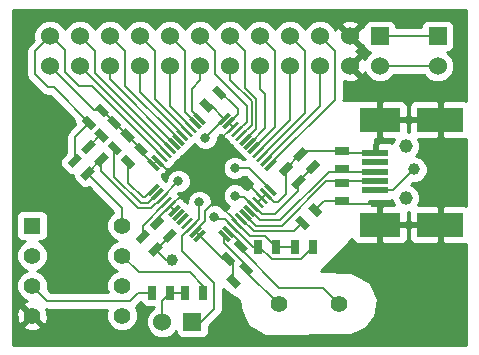
<source format=gtl>
G04 (created by PCBNEW-RS274X (2012-01-19 BZR 3256)-stable) date 25/11/2012 15:42:30*
G01*
G70*
G90*
%MOIN*%
G04 Gerber Fmt 3.4, Leading zero omitted, Abs format*
%FSLAX34Y34*%
G04 APERTURE LIST*
%ADD10C,0.006000*%
%ADD11R,0.025000X0.045000*%
%ADD12R,0.060000X0.060000*%
%ADD13C,0.060000*%
%ADD14C,0.056000*%
%ADD15R,0.045000X0.025000*%
%ADD16R,0.157500X0.078700*%
%ADD17R,0.137800X0.078700*%
%ADD18C,0.045300*%
%ADD19R,0.090600X0.019700*%
%ADD20R,0.055000X0.055000*%
%ADD21C,0.055000*%
%ADD22C,0.031500*%
%ADD23C,0.039400*%
%ADD24C,0.007900*%
%ADD25C,0.010000*%
G04 APERTURE END LIST*
G54D10*
G54D11*
X62965Y-48735D03*
X62365Y-48735D03*
X61275Y-48730D03*
X61875Y-48730D03*
G54D10*
G36*
X59819Y-44201D02*
X59501Y-44519D01*
X59325Y-44343D01*
X59643Y-44025D01*
X59819Y-44201D01*
X59819Y-44201D01*
G37*
G36*
X59395Y-43777D02*
X59077Y-44095D01*
X58901Y-43919D01*
X59219Y-43601D01*
X59395Y-43777D01*
X59395Y-43777D01*
G37*
G36*
X66349Y-46629D02*
X66031Y-46311D01*
X66207Y-46135D01*
X66525Y-46453D01*
X66349Y-46629D01*
X66349Y-46629D01*
G37*
G36*
X66773Y-46205D02*
X66455Y-45887D01*
X66631Y-45711D01*
X66949Y-46029D01*
X66773Y-46205D01*
X66773Y-46205D01*
G37*
G36*
X59359Y-44661D02*
X59041Y-44979D01*
X58865Y-44803D01*
X59183Y-44485D01*
X59359Y-44661D01*
X59359Y-44661D01*
G37*
G36*
X58935Y-44237D02*
X58617Y-44555D01*
X58441Y-44379D01*
X58759Y-44061D01*
X58935Y-44237D01*
X58935Y-44237D01*
G37*
G36*
X62104Y-46736D02*
X61786Y-47054D01*
X61610Y-46878D01*
X61928Y-46560D01*
X62104Y-46736D01*
X62104Y-46736D01*
G37*
G36*
X61680Y-46312D02*
X61362Y-46630D01*
X61186Y-46454D01*
X61504Y-46136D01*
X61680Y-46312D01*
X61680Y-46312D01*
G37*
G36*
X63139Y-42719D02*
X62821Y-42401D01*
X62997Y-42225D01*
X63315Y-42543D01*
X63139Y-42719D01*
X63139Y-42719D01*
G37*
G36*
X63563Y-42295D02*
X63245Y-41977D01*
X63421Y-41801D01*
X63739Y-42119D01*
X63563Y-42295D01*
X63563Y-42295D01*
G37*
G54D11*
X64790Y-47200D03*
X65390Y-47200D03*
G54D10*
G36*
X66389Y-44941D02*
X66071Y-45259D01*
X65895Y-45083D01*
X66213Y-44765D01*
X66389Y-44941D01*
X66389Y-44941D01*
G37*
G36*
X65965Y-44517D02*
X65647Y-44835D01*
X65471Y-44659D01*
X65789Y-44341D01*
X65965Y-44517D01*
X65965Y-44517D01*
G37*
G36*
X64141Y-46911D02*
X64459Y-47229D01*
X64283Y-47405D01*
X63965Y-47087D01*
X64141Y-46911D01*
X64141Y-46911D01*
G37*
G36*
X63717Y-47335D02*
X64035Y-47653D01*
X63859Y-47829D01*
X63541Y-47511D01*
X63717Y-47335D01*
X63717Y-47335D01*
G37*
G36*
X60079Y-44139D02*
X59761Y-43821D01*
X59937Y-43645D01*
X60255Y-43963D01*
X60079Y-44139D01*
X60079Y-44139D01*
G37*
G36*
X60503Y-43715D02*
X60185Y-43397D01*
X60361Y-43221D01*
X60679Y-43539D01*
X60503Y-43715D01*
X60503Y-43715D01*
G37*
G36*
X64331Y-47666D02*
X64649Y-47984D01*
X64473Y-48160D01*
X64155Y-47842D01*
X64331Y-47666D01*
X64331Y-47666D01*
G37*
G36*
X63907Y-48090D02*
X64225Y-48408D01*
X64049Y-48584D01*
X63731Y-48266D01*
X63907Y-48090D01*
X63907Y-48090D01*
G37*
G36*
X60539Y-44599D02*
X60221Y-44281D01*
X60397Y-44105D01*
X60715Y-44423D01*
X60539Y-44599D01*
X60539Y-44599D01*
G37*
G36*
X60963Y-44175D02*
X60645Y-43857D01*
X60821Y-43681D01*
X61139Y-43999D01*
X60963Y-44175D01*
X60963Y-44175D01*
G37*
G36*
X59239Y-43299D02*
X58921Y-42981D01*
X59097Y-42805D01*
X59415Y-43123D01*
X59239Y-43299D01*
X59239Y-43299D01*
G37*
G36*
X59663Y-42875D02*
X59345Y-42557D01*
X59521Y-42381D01*
X59839Y-42699D01*
X59663Y-42875D01*
X59663Y-42875D01*
G37*
G36*
X66879Y-44451D02*
X66561Y-44769D01*
X66385Y-44593D01*
X66703Y-44275D01*
X66879Y-44451D01*
X66879Y-44451D01*
G37*
G36*
X66455Y-44027D02*
X66137Y-44345D01*
X65961Y-44169D01*
X66279Y-43851D01*
X66455Y-44027D01*
X66455Y-44027D01*
G37*
G54D11*
X66630Y-47200D03*
X66030Y-47200D03*
G54D10*
G36*
X61624Y-47201D02*
X61306Y-47519D01*
X61130Y-47343D01*
X61448Y-47025D01*
X61624Y-47201D01*
X61624Y-47201D01*
G37*
G36*
X61200Y-46777D02*
X60882Y-47095D01*
X60706Y-46919D01*
X61024Y-46601D01*
X61200Y-46777D01*
X61200Y-46777D01*
G37*
G54D12*
X70780Y-40160D03*
G54D13*
X70780Y-41160D03*
G54D12*
X62610Y-49680D03*
G54D13*
X61610Y-49680D03*
G54D12*
X68860Y-40160D03*
G54D13*
X68860Y-41160D03*
X67860Y-40160D03*
X67860Y-41160D03*
X66860Y-40160D03*
X66860Y-41160D03*
X65860Y-40160D03*
X65860Y-41160D03*
X64860Y-40160D03*
X64860Y-41160D03*
X63860Y-40160D03*
X63860Y-41160D03*
X62860Y-40160D03*
X62860Y-41160D03*
X61860Y-40160D03*
X61860Y-41160D03*
X60860Y-40160D03*
X60860Y-41160D03*
X59860Y-40160D03*
X59860Y-41160D03*
X58860Y-40160D03*
X58860Y-41160D03*
X57860Y-40160D03*
X57860Y-41160D03*
G54D10*
G36*
X64721Y-46099D02*
X64637Y-46183D01*
X64303Y-45849D01*
X64387Y-45765D01*
X64721Y-46099D01*
X64721Y-46099D01*
G37*
G36*
X64583Y-46237D02*
X64499Y-46321D01*
X64165Y-45987D01*
X64249Y-45903D01*
X64583Y-46237D01*
X64583Y-46237D01*
G37*
G36*
X64861Y-45959D02*
X64777Y-46043D01*
X64443Y-45709D01*
X64527Y-45625D01*
X64861Y-45959D01*
X64861Y-45959D01*
G37*
G36*
X64443Y-46377D02*
X64359Y-46461D01*
X64025Y-46127D01*
X64109Y-46043D01*
X64443Y-46377D01*
X64443Y-46377D01*
G37*
G36*
X64304Y-46516D02*
X64220Y-46600D01*
X63886Y-46266D01*
X63970Y-46182D01*
X64304Y-46516D01*
X64304Y-46516D01*
G37*
G36*
X64165Y-46655D02*
X64081Y-46739D01*
X63747Y-46405D01*
X63831Y-46321D01*
X64165Y-46655D01*
X64165Y-46655D01*
G37*
G36*
X64025Y-46794D02*
X63941Y-46878D01*
X63607Y-46544D01*
X63691Y-46460D01*
X64025Y-46794D01*
X64025Y-46794D01*
G37*
G36*
X63886Y-46934D02*
X63802Y-47018D01*
X63468Y-46684D01*
X63552Y-46600D01*
X63886Y-46934D01*
X63886Y-46934D01*
G37*
G36*
X65000Y-45820D02*
X64916Y-45904D01*
X64582Y-45570D01*
X64666Y-45486D01*
X65000Y-45820D01*
X65000Y-45820D01*
G37*
G36*
X65139Y-45681D02*
X65055Y-45765D01*
X64721Y-45431D01*
X64805Y-45347D01*
X65139Y-45681D01*
X65139Y-45681D01*
G37*
G36*
X65278Y-45541D02*
X65194Y-45625D01*
X64860Y-45291D01*
X64944Y-45207D01*
X65278Y-45541D01*
X65278Y-45541D01*
G37*
G36*
X65418Y-45402D02*
X65334Y-45486D01*
X65000Y-45152D01*
X65084Y-45068D01*
X65418Y-45402D01*
X65418Y-45402D01*
G37*
G36*
X62355Y-43733D02*
X62271Y-43817D01*
X61937Y-43483D01*
X62021Y-43399D01*
X62355Y-43733D01*
X62355Y-43733D01*
G37*
G36*
X62217Y-43871D02*
X62133Y-43955D01*
X61799Y-43621D01*
X61883Y-43537D01*
X62217Y-43871D01*
X62217Y-43871D01*
G37*
G36*
X62495Y-43593D02*
X62411Y-43677D01*
X62077Y-43343D01*
X62161Y-43259D01*
X62495Y-43593D01*
X62495Y-43593D01*
G37*
G36*
X62634Y-43454D02*
X62550Y-43538D01*
X62216Y-43204D01*
X62300Y-43120D01*
X62634Y-43454D01*
X62634Y-43454D01*
G37*
G36*
X62773Y-43315D02*
X62689Y-43399D01*
X62355Y-43065D01*
X62439Y-42981D01*
X62773Y-43315D01*
X62773Y-43315D01*
G37*
G36*
X62913Y-43176D02*
X62829Y-43260D01*
X62495Y-42926D01*
X62579Y-42842D01*
X62913Y-43176D01*
X62913Y-43176D01*
G37*
G36*
X63052Y-43036D02*
X62968Y-43120D01*
X62634Y-42786D01*
X62718Y-42702D01*
X63052Y-43036D01*
X63052Y-43036D01*
G37*
G36*
X62077Y-44011D02*
X61993Y-44095D01*
X61659Y-43761D01*
X61743Y-43677D01*
X62077Y-44011D01*
X62077Y-44011D01*
G37*
G36*
X61938Y-44150D02*
X61854Y-44234D01*
X61520Y-43900D01*
X61604Y-43816D01*
X61938Y-44150D01*
X61938Y-44150D01*
G37*
G36*
X61799Y-44289D02*
X61715Y-44373D01*
X61381Y-44039D01*
X61465Y-43955D01*
X61799Y-44289D01*
X61799Y-44289D01*
G37*
G36*
X61660Y-44429D02*
X61576Y-44513D01*
X61242Y-44179D01*
X61326Y-44095D01*
X61660Y-44429D01*
X61660Y-44429D01*
G37*
G36*
X61520Y-44568D02*
X61436Y-44652D01*
X61102Y-44318D01*
X61186Y-44234D01*
X61520Y-44568D01*
X61520Y-44568D01*
G37*
G36*
X62133Y-45765D02*
X62217Y-45849D01*
X61883Y-46183D01*
X61799Y-46099D01*
X62133Y-45765D01*
X62133Y-45765D01*
G37*
G36*
X61993Y-45625D02*
X62077Y-45709D01*
X61743Y-46043D01*
X61659Y-45959D01*
X61993Y-45625D01*
X61993Y-45625D01*
G37*
G36*
X61854Y-45486D02*
X61938Y-45570D01*
X61604Y-45904D01*
X61520Y-45820D01*
X61854Y-45486D01*
X61854Y-45486D01*
G37*
G36*
X61715Y-45347D02*
X61799Y-45431D01*
X61465Y-45765D01*
X61381Y-45681D01*
X61715Y-45347D01*
X61715Y-45347D01*
G37*
G36*
X61576Y-45207D02*
X61660Y-45291D01*
X61326Y-45625D01*
X61242Y-45541D01*
X61576Y-45207D01*
X61576Y-45207D01*
G37*
G36*
X61436Y-45068D02*
X61520Y-45152D01*
X61186Y-45486D01*
X61102Y-45402D01*
X61436Y-45068D01*
X61436Y-45068D01*
G37*
G36*
X62271Y-45903D02*
X62355Y-45987D01*
X62021Y-46321D01*
X61937Y-46237D01*
X62271Y-45903D01*
X62271Y-45903D01*
G37*
G36*
X62411Y-46043D02*
X62495Y-46127D01*
X62161Y-46461D01*
X62077Y-46377D01*
X62411Y-46043D01*
X62411Y-46043D01*
G37*
G36*
X62550Y-46182D02*
X62634Y-46266D01*
X62300Y-46600D01*
X62216Y-46516D01*
X62550Y-46182D01*
X62550Y-46182D01*
G37*
G36*
X62689Y-46321D02*
X62773Y-46405D01*
X62439Y-46739D01*
X62355Y-46655D01*
X62689Y-46321D01*
X62689Y-46321D01*
G37*
G36*
X62829Y-46460D02*
X62913Y-46544D01*
X62579Y-46878D01*
X62495Y-46794D01*
X62829Y-46460D01*
X62829Y-46460D01*
G37*
G36*
X62968Y-46600D02*
X63052Y-46684D01*
X62718Y-47018D01*
X62634Y-46934D01*
X62968Y-46600D01*
X62968Y-46600D01*
G37*
G36*
X64499Y-43399D02*
X64583Y-43483D01*
X64249Y-43817D01*
X64165Y-43733D01*
X64499Y-43399D01*
X64499Y-43399D01*
G37*
G36*
X64359Y-43259D02*
X64443Y-43343D01*
X64109Y-43677D01*
X64025Y-43593D01*
X64359Y-43259D01*
X64359Y-43259D01*
G37*
G36*
X64220Y-43120D02*
X64304Y-43204D01*
X63970Y-43538D01*
X63886Y-43454D01*
X64220Y-43120D01*
X64220Y-43120D01*
G37*
G36*
X64081Y-42981D02*
X64165Y-43065D01*
X63831Y-43399D01*
X63747Y-43315D01*
X64081Y-42981D01*
X64081Y-42981D01*
G37*
G36*
X63941Y-42842D02*
X64025Y-42926D01*
X63691Y-43260D01*
X63607Y-43176D01*
X63941Y-42842D01*
X63941Y-42842D01*
G37*
G36*
X63802Y-42702D02*
X63886Y-42786D01*
X63552Y-43120D01*
X63468Y-43036D01*
X63802Y-42702D01*
X63802Y-42702D01*
G37*
G36*
X64637Y-43537D02*
X64721Y-43621D01*
X64387Y-43955D01*
X64303Y-43871D01*
X64637Y-43537D01*
X64637Y-43537D01*
G37*
G36*
X64777Y-43677D02*
X64861Y-43761D01*
X64527Y-44095D01*
X64443Y-44011D01*
X64777Y-43677D01*
X64777Y-43677D01*
G37*
G36*
X64916Y-43816D02*
X65000Y-43900D01*
X64666Y-44234D01*
X64582Y-44150D01*
X64916Y-43816D01*
X64916Y-43816D01*
G37*
G36*
X65055Y-43955D02*
X65139Y-44039D01*
X64805Y-44373D01*
X64721Y-44289D01*
X65055Y-43955D01*
X65055Y-43955D01*
G37*
G36*
X65194Y-44095D02*
X65278Y-44179D01*
X64944Y-44513D01*
X64860Y-44429D01*
X65194Y-44095D01*
X65194Y-44095D01*
G37*
G36*
X65334Y-44234D02*
X65418Y-44318D01*
X65084Y-44652D01*
X65000Y-44568D01*
X65334Y-44234D01*
X65334Y-44234D01*
G37*
G54D14*
X67480Y-49090D03*
X65480Y-49090D03*
G54D15*
X67610Y-45060D03*
X67610Y-45660D03*
X67610Y-44000D03*
X67610Y-44600D03*
G54D16*
X70870Y-46451D03*
X70870Y-42947D03*
G54D17*
X68861Y-46452D03*
X68861Y-42948D03*
G54D18*
X69728Y-45566D03*
X69728Y-43834D03*
G54D19*
X68705Y-44680D03*
X68705Y-44365D03*
X68704Y-44050D03*
X68704Y-44995D03*
X68704Y-45310D03*
G54D20*
X57260Y-46480D03*
G54D21*
X57260Y-47480D03*
X57260Y-48480D03*
X57260Y-49480D03*
X60260Y-49480D03*
X60260Y-48480D03*
X60260Y-47480D03*
X60260Y-46480D03*
G54D10*
G36*
X59654Y-43714D02*
X59336Y-43396D01*
X59512Y-43220D01*
X59830Y-43538D01*
X59654Y-43714D01*
X59654Y-43714D01*
G37*
G36*
X60078Y-43290D02*
X59760Y-42972D01*
X59936Y-42796D01*
X60254Y-43114D01*
X60078Y-43290D01*
X60078Y-43290D01*
G37*
G54D22*
X62140Y-45000D03*
X64020Y-45480D03*
X62840Y-45700D03*
X64020Y-44560D03*
X63340Y-46180D03*
X63040Y-43560D03*
G54D23*
X61915Y-47620D03*
X70000Y-44605D03*
G54D24*
X64374Y-46124D02*
X64740Y-46490D01*
X67635Y-44995D02*
X67630Y-44990D01*
X68704Y-44995D02*
X67635Y-44995D01*
X67435Y-45060D02*
X67370Y-44995D01*
X67610Y-45060D02*
X67435Y-45060D01*
X64740Y-46490D02*
X65580Y-46490D01*
X67370Y-44995D02*
X68704Y-44995D01*
X64374Y-46112D02*
X64374Y-46124D01*
X67075Y-44995D02*
X67370Y-44995D01*
X65580Y-46490D02*
X67075Y-44995D01*
X68705Y-44680D02*
X67690Y-44680D01*
X67150Y-44680D02*
X65520Y-46310D01*
X65520Y-46310D02*
X64848Y-46310D01*
X64848Y-46310D02*
X64512Y-45974D01*
X68705Y-44680D02*
X67150Y-44680D01*
X67690Y-44680D02*
X67610Y-44600D01*
X59592Y-42628D02*
X59328Y-42628D01*
X64090Y-42570D02*
X63960Y-42440D01*
X63165Y-45340D02*
X62823Y-44998D01*
X64926Y-45556D02*
X64395Y-45025D01*
X65390Y-47200D02*
X66030Y-47200D01*
X65020Y-46830D02*
X65390Y-47200D01*
X65460Y-45680D02*
X65718Y-45422D01*
X65320Y-45680D02*
X65460Y-45680D01*
X64540Y-46830D02*
X65020Y-46830D01*
X63400Y-44970D02*
X63400Y-45460D01*
X61871Y-45834D02*
X62285Y-45420D01*
X61732Y-44585D02*
X61451Y-44304D01*
X62823Y-44998D02*
X62410Y-44585D01*
X62410Y-44585D02*
X61732Y-44585D01*
X62843Y-46809D02*
X62843Y-46808D01*
X63816Y-43051D02*
X63817Y-43051D01*
X63568Y-42048D02*
X63960Y-42440D01*
X63400Y-45640D02*
X63400Y-45680D01*
X63400Y-45680D02*
X63400Y-45460D01*
X63400Y-43740D02*
X63400Y-44970D01*
X63040Y-46000D02*
X63400Y-45640D01*
X63616Y-47582D02*
X62843Y-46809D01*
X63956Y-43190D02*
X63950Y-43190D01*
X64120Y-42748D02*
X64120Y-42600D01*
X65069Y-45416D02*
X65069Y-45417D01*
X64930Y-45556D02*
X64926Y-45556D01*
X64250Y-45025D02*
X63455Y-45025D01*
X65069Y-45417D02*
X64930Y-45556D01*
X65069Y-45429D02*
X65320Y-45680D01*
X61450Y-44304D02*
X61311Y-44443D01*
X61868Y-45834D02*
X61871Y-45834D01*
X65718Y-45422D02*
X65718Y-44588D01*
X65069Y-45416D02*
X65069Y-45429D01*
X63788Y-47582D02*
X63616Y-47582D01*
X60892Y-43928D02*
X60892Y-44024D01*
X63400Y-45460D02*
X63400Y-45340D01*
X64791Y-45695D02*
X64930Y-45556D01*
X61451Y-44304D02*
X61450Y-44304D01*
X62843Y-46808D02*
X62704Y-46669D01*
X60007Y-43043D02*
X60432Y-43468D01*
X59592Y-42628D02*
X60007Y-43043D01*
X67610Y-44000D02*
X66306Y-44000D01*
X64395Y-45025D02*
X64250Y-45025D01*
X63040Y-46340D02*
X63040Y-46000D01*
X62711Y-46669D02*
X63040Y-46340D01*
X65718Y-44588D02*
X66208Y-44098D01*
X64120Y-42600D02*
X64090Y-42570D01*
X64095Y-46391D02*
X64095Y-46375D01*
X60892Y-44024D02*
X61311Y-44443D01*
X62285Y-45420D02*
X62401Y-45420D01*
X62401Y-45420D02*
X62823Y-44998D01*
X66306Y-44000D02*
X66208Y-44098D01*
X63492Y-42048D02*
X63568Y-42048D01*
X67000Y-45660D02*
X66702Y-45958D01*
X67610Y-45660D02*
X67000Y-45660D01*
X68861Y-45751D02*
X68855Y-45745D01*
X68855Y-45745D02*
X67695Y-45745D01*
X67695Y-45745D02*
X67610Y-45660D01*
X68861Y-46452D02*
X68861Y-45751D01*
X68704Y-43736D02*
X68861Y-43579D01*
X68861Y-43579D02*
X68861Y-42948D01*
X68704Y-44050D02*
X68704Y-43736D01*
X64101Y-46391D02*
X64540Y-46830D01*
X63400Y-45340D02*
X63165Y-45340D01*
X63455Y-45025D02*
X63400Y-44970D01*
X61433Y-46383D02*
X61433Y-46269D01*
X64791Y-45694D02*
X65069Y-45416D01*
X64095Y-46375D02*
X63400Y-45680D01*
X63817Y-43051D02*
X64120Y-42748D01*
X61433Y-46269D02*
X61868Y-45834D01*
X64791Y-45695D02*
X64791Y-45694D01*
X63817Y-43051D02*
X63956Y-43190D01*
X68704Y-44050D02*
X67660Y-44050D01*
X59328Y-42628D02*
X57860Y-41160D01*
X67660Y-44050D02*
X67610Y-44000D01*
X62704Y-46669D02*
X62711Y-46669D01*
X64095Y-46391D02*
X64101Y-46391D01*
X60892Y-43928D02*
X60432Y-43468D01*
X63978Y-48337D02*
X63978Y-47772D01*
X62008Y-45974D02*
X61868Y-45834D01*
X63978Y-47772D02*
X63788Y-47582D01*
X63950Y-43190D02*
X63400Y-43740D01*
X64360Y-41892D02*
X64360Y-40660D01*
X64740Y-42272D02*
X64360Y-41892D01*
X64374Y-43608D02*
X64392Y-43608D01*
X64360Y-40660D02*
X63860Y-40160D01*
X64392Y-43608D02*
X64740Y-43260D01*
X64740Y-43260D02*
X64740Y-42272D01*
X62008Y-43746D02*
X62006Y-43746D01*
X59860Y-41600D02*
X59860Y-41160D01*
X62006Y-43746D02*
X59860Y-41600D01*
X61866Y-43886D02*
X59360Y-41380D01*
X61868Y-43886D02*
X61866Y-43886D01*
X59360Y-41380D02*
X59360Y-40660D01*
X59360Y-40660D02*
X58860Y-40160D01*
X61725Y-44025D02*
X58860Y-41160D01*
X61729Y-44025D02*
X61725Y-44025D01*
X63860Y-41620D02*
X63860Y-41160D01*
X64580Y-43120D02*
X64580Y-42340D01*
X64234Y-43466D02*
X64580Y-43120D01*
X64234Y-43468D02*
X64234Y-43466D01*
X64580Y-42340D02*
X63860Y-41620D01*
X64420Y-43020D02*
X64420Y-42500D01*
X64111Y-43329D02*
X64420Y-43020D01*
X64420Y-42500D02*
X63360Y-41440D01*
X63360Y-40660D02*
X62860Y-40160D01*
X63360Y-41440D02*
X63360Y-40660D01*
X64095Y-43329D02*
X64111Y-43329D01*
X62580Y-41920D02*
X62580Y-42648D01*
X62860Y-41640D02*
X62580Y-41920D01*
X62580Y-42648D02*
X62843Y-42911D01*
X62860Y-41160D02*
X62860Y-41640D01*
X62360Y-42680D02*
X62360Y-40660D01*
X62704Y-43051D02*
X62704Y-43024D01*
X62360Y-40660D02*
X61860Y-40160D01*
X62704Y-43024D02*
X62360Y-42680D01*
X62564Y-43184D02*
X61860Y-42480D01*
X62564Y-43190D02*
X62564Y-43184D01*
X61860Y-42480D02*
X61860Y-41160D01*
X61360Y-42260D02*
X61360Y-40660D01*
X62425Y-43325D02*
X61360Y-42260D01*
X61360Y-40660D02*
X60860Y-40160D01*
X62425Y-43329D02*
X62425Y-43325D01*
X62286Y-43466D02*
X60860Y-42040D01*
X60860Y-42040D02*
X60860Y-41160D01*
X62286Y-43468D02*
X62286Y-43466D01*
X60360Y-41820D02*
X60360Y-40660D01*
X60360Y-40660D02*
X59860Y-40160D01*
X62146Y-43608D02*
X62146Y-43606D01*
X62146Y-43606D02*
X60360Y-41820D01*
X59583Y-43467D02*
X59529Y-43467D01*
X59529Y-43467D02*
X59148Y-43848D01*
X64212Y-47065D02*
X63816Y-46669D01*
X65500Y-48565D02*
X66955Y-48565D01*
X64212Y-47277D02*
X65500Y-48565D01*
X66955Y-48565D02*
X67480Y-49090D01*
X64212Y-47158D02*
X64212Y-47065D01*
X64212Y-47158D02*
X64212Y-47277D01*
X64402Y-47782D02*
X64402Y-47913D01*
X64402Y-47913D02*
X64402Y-48012D01*
X64402Y-48012D02*
X65480Y-49090D01*
X63677Y-47057D02*
X64402Y-47782D01*
X63677Y-46809D02*
X63677Y-47057D01*
X64650Y-46660D02*
X66000Y-46660D01*
X64242Y-46252D02*
X64650Y-46660D01*
X64234Y-46252D02*
X64242Y-46252D01*
X66000Y-46660D02*
X66278Y-46382D01*
X60880Y-45720D02*
X60008Y-44848D01*
X60008Y-44848D02*
X60008Y-43892D01*
X61140Y-45720D02*
X60880Y-45720D01*
X61444Y-45416D02*
X61140Y-45720D01*
X61451Y-45416D02*
X61444Y-45416D01*
X61040Y-45540D02*
X60960Y-45540D01*
X60468Y-45048D02*
X60468Y-44352D01*
X60960Y-45540D02*
X60468Y-45048D01*
X61303Y-45277D02*
X61040Y-45540D01*
X61311Y-45277D02*
X61303Y-45277D01*
X62360Y-48730D02*
X62365Y-48735D01*
X61875Y-48730D02*
X62360Y-48730D01*
X61610Y-49680D02*
X61610Y-48995D01*
X61610Y-48995D02*
X61875Y-48730D01*
X65350Y-46110D02*
X66142Y-45318D01*
X62610Y-49680D02*
X62910Y-49680D01*
X66220Y-47610D02*
X66630Y-47200D01*
X64500Y-44560D02*
X64020Y-44560D01*
X64790Y-47200D02*
X64840Y-47200D01*
X62275Y-47330D02*
X62275Y-46819D01*
X59112Y-44732D02*
X59112Y-44752D01*
X60800Y-45900D02*
X59572Y-44672D01*
X63068Y-42472D02*
X63238Y-42472D01*
X66142Y-45318D02*
X66142Y-45012D01*
X64020Y-45480D02*
X64060Y-45520D01*
X65250Y-47610D02*
X66220Y-47610D01*
X61240Y-45900D02*
X60800Y-45900D01*
X61590Y-45550D02*
X62140Y-45000D01*
X63960Y-46530D02*
X64630Y-47200D01*
X63686Y-46260D02*
X63956Y-46530D01*
X62564Y-46530D02*
X62570Y-46530D01*
X59572Y-44672D02*
X59572Y-44272D01*
X64652Y-45834D02*
X64652Y-45842D01*
X64840Y-47200D02*
X65250Y-47610D01*
X64630Y-47200D02*
X64790Y-47200D01*
X63340Y-46180D02*
X63420Y-46260D01*
X64920Y-46110D02*
X65350Y-46110D01*
X64652Y-45842D02*
X64920Y-46110D01*
X64060Y-45520D02*
X64338Y-45520D01*
X59112Y-44752D02*
X60260Y-45900D01*
X63956Y-46530D02*
X63960Y-46530D01*
X62275Y-46819D02*
X62564Y-46530D01*
X61590Y-45556D02*
X61590Y-45550D01*
X63677Y-42923D02*
X63040Y-43560D01*
X59112Y-44732D02*
X59572Y-44272D01*
X63677Y-42911D02*
X63677Y-42923D01*
X62570Y-46530D02*
X62840Y-46260D01*
X62910Y-49680D02*
X63325Y-49265D01*
X62840Y-46260D02*
X62840Y-45700D01*
X60260Y-45900D02*
X60260Y-46480D01*
X63420Y-46260D02*
X63686Y-46260D01*
X66142Y-45012D02*
X66632Y-44522D01*
X63238Y-42472D02*
X63677Y-42911D01*
X63325Y-49265D02*
X63325Y-48380D01*
X63325Y-48380D02*
X62275Y-47330D01*
X64338Y-45520D02*
X64652Y-45834D01*
X61590Y-45556D02*
X61584Y-45556D01*
X65209Y-45277D02*
X65209Y-45269D01*
X65209Y-45269D02*
X64500Y-44560D01*
X61584Y-45556D02*
X61240Y-45900D01*
X57780Y-41860D02*
X57360Y-41440D01*
X57360Y-41440D02*
X57360Y-40660D01*
X59266Y-41840D02*
X61590Y-44164D01*
X58840Y-41840D02*
X59266Y-41840D01*
X57860Y-40160D02*
X57880Y-40160D01*
X59168Y-43048D02*
X57980Y-41860D01*
X58360Y-40640D02*
X58360Y-41360D01*
X59168Y-43052D02*
X59168Y-43048D01*
X57880Y-40160D02*
X58360Y-40640D01*
X58688Y-44308D02*
X58688Y-43532D01*
X58360Y-41360D02*
X58840Y-41840D01*
X57980Y-41860D02*
X57780Y-41860D01*
X58688Y-43532D02*
X59168Y-43052D01*
X57360Y-40660D02*
X57860Y-40160D01*
X65860Y-42560D02*
X65860Y-41160D01*
X64791Y-44025D02*
X64795Y-44025D01*
X64795Y-44025D02*
X65860Y-42960D01*
X65860Y-42960D02*
X65860Y-42560D01*
X66360Y-40660D02*
X65860Y-40160D01*
X66360Y-42740D02*
X66360Y-40660D01*
X64930Y-44164D02*
X64936Y-44164D01*
X64936Y-44164D02*
X66360Y-42740D01*
X66860Y-42500D02*
X66860Y-41160D01*
X65069Y-44291D02*
X66860Y-42500D01*
X65069Y-44304D02*
X65069Y-44291D01*
X62965Y-48485D02*
X62520Y-48040D01*
X65040Y-42100D02*
X64860Y-41920D01*
X62965Y-48735D02*
X62965Y-48485D01*
X64514Y-43746D02*
X65040Y-43220D01*
X65040Y-43220D02*
X65040Y-42100D01*
X64512Y-43746D02*
X64514Y-43746D01*
X62520Y-48040D02*
X60820Y-48040D01*
X64860Y-41920D02*
X64860Y-41160D01*
X60820Y-48040D02*
X60260Y-47480D01*
X65209Y-44431D02*
X67360Y-42280D01*
X67360Y-42280D02*
X67360Y-40660D01*
X65209Y-44443D02*
X65209Y-44431D01*
X67360Y-40660D02*
X66860Y-40160D01*
X65360Y-40660D02*
X64860Y-40160D01*
X64674Y-43886D02*
X65360Y-43200D01*
X64652Y-43886D02*
X64674Y-43886D01*
X65360Y-43200D02*
X65360Y-40660D01*
X60790Y-48730D02*
X60530Y-48990D01*
X60530Y-48990D02*
X57770Y-48990D01*
X57770Y-48990D02*
X57260Y-48480D01*
X61275Y-48730D02*
X60790Y-48730D01*
X61377Y-47272D02*
X61392Y-47272D01*
X61392Y-47272D02*
X61617Y-47047D01*
X68860Y-41160D02*
X70780Y-41160D01*
X61617Y-47047D02*
X61857Y-46807D01*
X61915Y-47620D02*
X61725Y-47620D01*
X61725Y-47620D02*
X61377Y-47272D01*
X61729Y-45695D02*
X61729Y-45706D01*
X60953Y-46482D02*
X60953Y-46848D01*
X61729Y-45706D02*
X60953Y-46482D01*
X68860Y-40160D02*
X70780Y-40160D01*
X68704Y-45310D02*
X69295Y-45310D01*
X69295Y-45310D02*
X70000Y-44605D01*
G54D10*
G36*
X64611Y-45080D02*
X64437Y-45250D01*
X64366Y-45236D01*
X64345Y-45232D01*
X64251Y-45136D01*
X64101Y-45074D01*
X63940Y-45074D01*
X63791Y-45136D01*
X63676Y-45249D01*
X63614Y-45399D01*
X63614Y-45560D01*
X63676Y-45709D01*
X63789Y-45824D01*
X63833Y-45842D01*
X63700Y-45973D01*
X63692Y-45972D01*
X63684Y-45951D01*
X63571Y-45836D01*
X63421Y-45774D01*
X63260Y-45774D01*
X63246Y-45779D01*
X63246Y-45620D01*
X63184Y-45471D01*
X63071Y-45356D01*
X62921Y-45294D01*
X62760Y-45294D01*
X62611Y-45356D01*
X62496Y-45469D01*
X62434Y-45619D01*
X62434Y-45714D01*
X62428Y-45708D01*
X62415Y-45695D01*
X62413Y-45693D01*
X62323Y-45656D01*
X62288Y-45568D01*
X62287Y-45567D01*
X62275Y-45555D01*
X62274Y-45554D01*
X62185Y-45517D01*
X62149Y-45429D01*
X62147Y-45427D01*
X62134Y-45414D01*
X62142Y-45406D01*
X62220Y-45406D01*
X62369Y-45344D01*
X62484Y-45231D01*
X62546Y-45081D01*
X62546Y-44920D01*
X62484Y-44771D01*
X62371Y-44656D01*
X62221Y-44594D01*
X62060Y-44594D01*
X61911Y-44656D01*
X61796Y-44769D01*
X61734Y-44919D01*
X61734Y-44997D01*
X61726Y-45005D01*
X61718Y-44997D01*
X61716Y-44996D01*
X61661Y-44941D01*
X61580Y-44860D01*
X61590Y-44850D01*
X61590Y-44763D01*
X61588Y-44761D01*
X61626Y-44761D01*
X61715Y-44724D01*
X61716Y-44724D01*
X61717Y-44724D01*
X61718Y-44722D01*
X61719Y-44722D01*
X61730Y-44711D01*
X61730Y-44710D01*
X61731Y-44709D01*
X61767Y-44620D01*
X61856Y-44584D01*
X61857Y-44583D01*
X61858Y-44583D01*
X61871Y-44570D01*
X61871Y-44568D01*
X61926Y-44514D01*
X61995Y-44445D01*
X62009Y-44431D01*
X62065Y-44375D01*
X62134Y-44306D01*
X62148Y-44292D01*
X62204Y-44236D01*
X62274Y-44166D01*
X62287Y-44153D01*
X62344Y-44096D01*
X62412Y-44028D01*
X62427Y-44013D01*
X62482Y-43958D01*
X62552Y-43888D01*
X62565Y-43875D01*
X62622Y-43818D01*
X62682Y-43757D01*
X62696Y-43789D01*
X62809Y-43904D01*
X62959Y-43966D01*
X63120Y-43966D01*
X63269Y-43904D01*
X63384Y-43791D01*
X63446Y-43641D01*
X63446Y-43562D01*
X63542Y-43464D01*
X63543Y-43465D01*
X63543Y-43464D01*
X63548Y-43469D01*
X63550Y-43471D01*
X63549Y-43469D01*
X63551Y-43471D01*
X63639Y-43507D01*
X63675Y-43595D01*
X63677Y-43597D01*
X63690Y-43610D01*
X63745Y-43665D01*
X63814Y-43734D01*
X63828Y-43748D01*
X63884Y-43804D01*
X63954Y-43874D01*
X63967Y-43887D01*
X64024Y-43944D01*
X64092Y-44012D01*
X64107Y-44027D01*
X64162Y-44082D01*
X64232Y-44152D01*
X64245Y-44165D01*
X64302Y-44222D01*
X64351Y-44271D01*
X64305Y-44271D01*
X64251Y-44216D01*
X64101Y-44154D01*
X63940Y-44154D01*
X63791Y-44216D01*
X63676Y-44329D01*
X63614Y-44479D01*
X63614Y-44640D01*
X63676Y-44789D01*
X63789Y-44904D01*
X63939Y-44966D01*
X64100Y-44966D01*
X64249Y-44904D01*
X64304Y-44849D01*
X64366Y-44849D01*
X64380Y-44849D01*
X64611Y-45080D01*
X64611Y-45080D01*
G37*
G54D25*
X64611Y-45080D02*
X64437Y-45250D01*
X64366Y-45236D01*
X64345Y-45232D01*
X64251Y-45136D01*
X64101Y-45074D01*
X63940Y-45074D01*
X63791Y-45136D01*
X63676Y-45249D01*
X63614Y-45399D01*
X63614Y-45560D01*
X63676Y-45709D01*
X63789Y-45824D01*
X63833Y-45842D01*
X63700Y-45973D01*
X63692Y-45972D01*
X63684Y-45951D01*
X63571Y-45836D01*
X63421Y-45774D01*
X63260Y-45774D01*
X63246Y-45779D01*
X63246Y-45620D01*
X63184Y-45471D01*
X63071Y-45356D01*
X62921Y-45294D01*
X62760Y-45294D01*
X62611Y-45356D01*
X62496Y-45469D01*
X62434Y-45619D01*
X62434Y-45714D01*
X62428Y-45708D01*
X62415Y-45695D01*
X62413Y-45693D01*
X62323Y-45656D01*
X62288Y-45568D01*
X62287Y-45567D01*
X62275Y-45555D01*
X62274Y-45554D01*
X62185Y-45517D01*
X62149Y-45429D01*
X62147Y-45427D01*
X62134Y-45414D01*
X62142Y-45406D01*
X62220Y-45406D01*
X62369Y-45344D01*
X62484Y-45231D01*
X62546Y-45081D01*
X62546Y-44920D01*
X62484Y-44771D01*
X62371Y-44656D01*
X62221Y-44594D01*
X62060Y-44594D01*
X61911Y-44656D01*
X61796Y-44769D01*
X61734Y-44919D01*
X61734Y-44997D01*
X61726Y-45005D01*
X61718Y-44997D01*
X61716Y-44996D01*
X61661Y-44941D01*
X61580Y-44860D01*
X61590Y-44850D01*
X61590Y-44763D01*
X61588Y-44761D01*
X61626Y-44761D01*
X61715Y-44724D01*
X61716Y-44724D01*
X61717Y-44724D01*
X61718Y-44722D01*
X61719Y-44722D01*
X61730Y-44711D01*
X61730Y-44710D01*
X61731Y-44709D01*
X61767Y-44620D01*
X61856Y-44584D01*
X61857Y-44583D01*
X61858Y-44583D01*
X61871Y-44570D01*
X61871Y-44568D01*
X61926Y-44514D01*
X61995Y-44445D01*
X62009Y-44431D01*
X62065Y-44375D01*
X62134Y-44306D01*
X62148Y-44292D01*
X62204Y-44236D01*
X62274Y-44166D01*
X62287Y-44153D01*
X62344Y-44096D01*
X62412Y-44028D01*
X62427Y-44013D01*
X62482Y-43958D01*
X62552Y-43888D01*
X62565Y-43875D01*
X62622Y-43818D01*
X62682Y-43757D01*
X62696Y-43789D01*
X62809Y-43904D01*
X62959Y-43966D01*
X63120Y-43966D01*
X63269Y-43904D01*
X63384Y-43791D01*
X63446Y-43641D01*
X63446Y-43562D01*
X63542Y-43464D01*
X63543Y-43465D01*
X63543Y-43464D01*
X63548Y-43469D01*
X63550Y-43471D01*
X63549Y-43469D01*
X63551Y-43471D01*
X63639Y-43507D01*
X63675Y-43595D01*
X63677Y-43597D01*
X63690Y-43610D01*
X63745Y-43665D01*
X63814Y-43734D01*
X63828Y-43748D01*
X63884Y-43804D01*
X63954Y-43874D01*
X63967Y-43887D01*
X64024Y-43944D01*
X64092Y-44012D01*
X64107Y-44027D01*
X64162Y-44082D01*
X64232Y-44152D01*
X64245Y-44165D01*
X64302Y-44222D01*
X64351Y-44271D01*
X64305Y-44271D01*
X64251Y-44216D01*
X64101Y-44154D01*
X63940Y-44154D01*
X63791Y-44216D01*
X63676Y-44329D01*
X63614Y-44479D01*
X63614Y-44640D01*
X63676Y-44789D01*
X63789Y-44904D01*
X63939Y-44966D01*
X64100Y-44966D01*
X64249Y-44904D01*
X64304Y-44849D01*
X64366Y-44849D01*
X64380Y-44849D01*
X64611Y-45080D01*
G54D10*
G36*
X67660Y-44050D02*
X67560Y-44050D01*
X67560Y-43977D01*
X67660Y-43971D01*
X67660Y-44050D01*
X67660Y-44050D01*
G37*
G54D25*
X67660Y-44050D02*
X67560Y-44050D01*
X67560Y-43977D01*
X67660Y-43971D01*
X67660Y-44050D01*
G54D10*
G36*
X71722Y-50462D02*
X70820Y-50462D01*
X70820Y-47032D01*
X70820Y-46501D01*
X70820Y-46401D01*
X70820Y-45870D01*
X70758Y-45808D01*
X70142Y-45808D01*
X70204Y-45661D01*
X70204Y-45472D01*
X70132Y-45297D01*
X69998Y-45163D01*
X69893Y-45119D01*
X69962Y-45051D01*
X70088Y-45051D01*
X70252Y-44983D01*
X70378Y-44858D01*
X70446Y-44694D01*
X70446Y-44517D01*
X70378Y-44353D01*
X70253Y-44227D01*
X70089Y-44159D01*
X70076Y-44159D01*
X70131Y-44104D01*
X70204Y-43929D01*
X70204Y-43740D01*
X70141Y-43589D01*
X70758Y-43590D01*
X70820Y-43528D01*
X70820Y-42997D01*
X70820Y-42897D01*
X70820Y-42366D01*
X70758Y-42304D01*
X70034Y-42305D01*
X69942Y-42343D01*
X69872Y-42413D01*
X69834Y-42504D01*
X69834Y-42603D01*
X69833Y-42835D01*
X69895Y-42897D01*
X70820Y-42897D01*
X70820Y-42997D01*
X69895Y-42997D01*
X69833Y-43059D01*
X69834Y-43291D01*
X69834Y-43362D01*
X69823Y-43358D01*
X69799Y-43358D01*
X69799Y-43292D01*
X69800Y-43060D01*
X69800Y-42836D01*
X69799Y-42604D01*
X69799Y-42505D01*
X69761Y-42414D01*
X69691Y-42344D01*
X69599Y-42306D01*
X68973Y-42305D01*
X68911Y-42367D01*
X68911Y-42898D01*
X69738Y-42898D01*
X69800Y-42836D01*
X69800Y-43060D01*
X69738Y-42998D01*
X68911Y-42998D01*
X68911Y-43529D01*
X68973Y-43591D01*
X69313Y-43590D01*
X69258Y-43724D01*
X69206Y-43703D01*
X68816Y-43702D01*
X68796Y-43722D01*
X68754Y-43764D01*
X68754Y-43950D01*
X68754Y-44001D01*
X68754Y-44018D01*
X68654Y-44018D01*
X68654Y-44001D01*
X68654Y-43950D01*
X68654Y-43908D01*
X68678Y-43907D01*
X68690Y-43590D01*
X68749Y-43591D01*
X68796Y-43544D01*
X68811Y-43529D01*
X68811Y-43048D01*
X68811Y-42998D01*
X68811Y-42898D01*
X68811Y-42848D01*
X68811Y-42367D01*
X68796Y-42352D01*
X68790Y-42346D01*
X68796Y-42305D01*
X67644Y-42300D01*
X67648Y-42281D01*
X67649Y-42280D01*
X67649Y-41656D01*
X67781Y-41703D01*
X67994Y-41692D01*
X68141Y-41632D01*
X68168Y-41538D01*
X67895Y-41266D01*
X67860Y-41231D01*
X67789Y-41160D01*
X67860Y-41089D01*
X67895Y-41054D01*
X68168Y-40782D01*
X68141Y-40688D01*
X68067Y-40662D01*
X68141Y-40632D01*
X68168Y-40538D01*
X67895Y-40266D01*
X67860Y-40231D01*
X67789Y-40160D01*
X67754Y-40125D01*
X67482Y-39852D01*
X67388Y-39879D01*
X67364Y-39944D01*
X67325Y-39849D01*
X67171Y-39695D01*
X66969Y-39611D01*
X66751Y-39611D01*
X66549Y-39695D01*
X66395Y-39849D01*
X66360Y-39933D01*
X66325Y-39849D01*
X66171Y-39695D01*
X65969Y-39611D01*
X65751Y-39611D01*
X65549Y-39695D01*
X65395Y-39849D01*
X65360Y-39933D01*
X65325Y-39849D01*
X65171Y-39695D01*
X64969Y-39611D01*
X64751Y-39611D01*
X64549Y-39695D01*
X64395Y-39849D01*
X64360Y-39933D01*
X64325Y-39849D01*
X64171Y-39695D01*
X63969Y-39611D01*
X63751Y-39611D01*
X63549Y-39695D01*
X63395Y-39849D01*
X63360Y-39933D01*
X63325Y-39849D01*
X63171Y-39695D01*
X62969Y-39611D01*
X62751Y-39611D01*
X62549Y-39695D01*
X62395Y-39849D01*
X62360Y-39933D01*
X62325Y-39849D01*
X62171Y-39695D01*
X61969Y-39611D01*
X61751Y-39611D01*
X61549Y-39695D01*
X61395Y-39849D01*
X61360Y-39933D01*
X61325Y-39849D01*
X61171Y-39695D01*
X60969Y-39611D01*
X60751Y-39611D01*
X60549Y-39695D01*
X60395Y-39849D01*
X60360Y-39933D01*
X60325Y-39849D01*
X60171Y-39695D01*
X59969Y-39611D01*
X59751Y-39611D01*
X59549Y-39695D01*
X59395Y-39849D01*
X59360Y-39933D01*
X59325Y-39849D01*
X59171Y-39695D01*
X58969Y-39611D01*
X58751Y-39611D01*
X58549Y-39695D01*
X58395Y-39849D01*
X58360Y-39933D01*
X58325Y-39849D01*
X58171Y-39695D01*
X57969Y-39611D01*
X57751Y-39611D01*
X57549Y-39695D01*
X57395Y-39849D01*
X57311Y-40051D01*
X57311Y-40269D01*
X57320Y-40291D01*
X57156Y-40456D01*
X57093Y-40549D01*
X57071Y-40660D01*
X57071Y-41440D01*
X57093Y-41551D01*
X57156Y-41644D01*
X57575Y-42064D01*
X57576Y-42064D01*
X57669Y-42127D01*
X57779Y-42148D01*
X57780Y-42149D01*
X57861Y-42149D01*
X58672Y-42960D01*
X58672Y-43031D01*
X58703Y-43108D01*
X58484Y-43328D01*
X58421Y-43421D01*
X58399Y-43532D01*
X58399Y-44068D01*
X58230Y-44237D01*
X58192Y-44329D01*
X58192Y-44428D01*
X58229Y-44519D01*
X58299Y-44589D01*
X58476Y-44766D01*
X58568Y-44804D01*
X58616Y-44804D01*
X58616Y-44852D01*
X58653Y-44943D01*
X58723Y-45013D01*
X58900Y-45190D01*
X58992Y-45228D01*
X59091Y-45228D01*
X59154Y-45202D01*
X59971Y-46019D01*
X59971Y-46031D01*
X59963Y-46035D01*
X59815Y-46182D01*
X59735Y-46375D01*
X59735Y-46584D01*
X59815Y-46777D01*
X59962Y-46925D01*
X60095Y-46980D01*
X59963Y-47035D01*
X59815Y-47182D01*
X59735Y-47375D01*
X59735Y-47584D01*
X59815Y-47777D01*
X59962Y-47925D01*
X60095Y-47980D01*
X59963Y-48035D01*
X59815Y-48182D01*
X59735Y-48375D01*
X59735Y-48584D01*
X59783Y-48701D01*
X57889Y-48701D01*
X57781Y-48593D01*
X57785Y-48585D01*
X57785Y-48376D01*
X57705Y-48183D01*
X57558Y-48035D01*
X57424Y-47979D01*
X57557Y-47925D01*
X57705Y-47778D01*
X57785Y-47585D01*
X57785Y-47376D01*
X57705Y-47183D01*
X57558Y-47035D01*
X57483Y-47004D01*
X57584Y-47004D01*
X57676Y-46966D01*
X57746Y-46896D01*
X57784Y-46805D01*
X57784Y-46706D01*
X57784Y-46156D01*
X57746Y-46064D01*
X57676Y-45994D01*
X57585Y-45956D01*
X57486Y-45956D01*
X56936Y-45956D01*
X56844Y-45994D01*
X56774Y-46064D01*
X56736Y-46155D01*
X56736Y-46254D01*
X56736Y-46804D01*
X56774Y-46896D01*
X56844Y-46966D01*
X56935Y-47004D01*
X57034Y-47004D01*
X56963Y-47035D01*
X56815Y-47182D01*
X56735Y-47375D01*
X56735Y-47584D01*
X56815Y-47777D01*
X56962Y-47925D01*
X57095Y-47980D01*
X56963Y-48035D01*
X56815Y-48182D01*
X56735Y-48375D01*
X56735Y-48584D01*
X56815Y-48777D01*
X56962Y-48925D01*
X57102Y-48983D01*
X56993Y-49028D01*
X56970Y-49119D01*
X57225Y-49374D01*
X57260Y-49409D01*
X57331Y-49480D01*
X57366Y-49515D01*
X57621Y-49770D01*
X57712Y-49747D01*
X57779Y-49554D01*
X57768Y-49350D01*
X57736Y-49272D01*
X57770Y-49279D01*
X59774Y-49279D01*
X59735Y-49375D01*
X59735Y-49584D01*
X59815Y-49777D01*
X59962Y-49925D01*
X60155Y-50005D01*
X60364Y-50005D01*
X60557Y-49925D01*
X60705Y-49778D01*
X60785Y-49585D01*
X60785Y-49376D01*
X60714Y-49206D01*
X60734Y-49194D01*
X60907Y-49020D01*
X60939Y-49096D01*
X61009Y-49166D01*
X61100Y-49204D01*
X61199Y-49204D01*
X61321Y-49204D01*
X61321Y-49205D01*
X61299Y-49215D01*
X61145Y-49369D01*
X61061Y-49571D01*
X61061Y-49789D01*
X61145Y-49991D01*
X61299Y-50145D01*
X61501Y-50229D01*
X61691Y-50229D01*
X61719Y-50229D01*
X61921Y-50145D01*
X62061Y-50005D01*
X62061Y-50029D01*
X62099Y-50121D01*
X62169Y-50191D01*
X62260Y-50229D01*
X62359Y-50229D01*
X62959Y-50229D01*
X63051Y-50191D01*
X63121Y-50121D01*
X63159Y-50030D01*
X63159Y-49931D01*
X63159Y-49839D01*
X63529Y-49470D01*
X63529Y-49469D01*
X63592Y-49376D01*
X63613Y-49266D01*
X63614Y-49265D01*
X63614Y-48607D01*
X63905Y-48793D01*
X63908Y-48796D01*
X63911Y-48797D01*
X64173Y-48964D01*
X64216Y-49330D01*
X64467Y-49831D01*
X65022Y-50145D01*
X67897Y-50140D01*
X68392Y-49900D01*
X68707Y-49490D01*
X68792Y-48938D01*
X68528Y-48369D01*
X67899Y-48041D01*
X66884Y-47985D01*
X67937Y-46929D01*
X67961Y-46986D01*
X68031Y-47056D01*
X68123Y-47094D01*
X68749Y-47095D01*
X68796Y-47048D01*
X68811Y-47033D01*
X68811Y-46552D01*
X68811Y-46502D01*
X68811Y-46402D01*
X68811Y-46352D01*
X68811Y-45871D01*
X68796Y-45856D01*
X68749Y-45809D01*
X68601Y-45809D01*
X68493Y-45657D01*
X68796Y-45657D01*
X69206Y-45657D01*
X69252Y-45638D01*
X69252Y-45660D01*
X69313Y-45809D01*
X68973Y-45809D01*
X68911Y-45871D01*
X68911Y-46402D01*
X69738Y-46402D01*
X69800Y-46340D01*
X69799Y-46108D01*
X69799Y-46042D01*
X69822Y-46042D01*
X69834Y-46037D01*
X69834Y-46107D01*
X69833Y-46339D01*
X69895Y-46401D01*
X70820Y-46401D01*
X70820Y-46501D01*
X69895Y-46501D01*
X69833Y-46563D01*
X69834Y-46795D01*
X69834Y-46894D01*
X69872Y-46985D01*
X69942Y-47055D01*
X70034Y-47093D01*
X70758Y-47094D01*
X70820Y-47032D01*
X70820Y-50462D01*
X69800Y-50462D01*
X69800Y-46564D01*
X69738Y-46502D01*
X68911Y-46502D01*
X68911Y-47033D01*
X68973Y-47095D01*
X69599Y-47094D01*
X69691Y-47056D01*
X69761Y-46986D01*
X69799Y-46895D01*
X69799Y-46796D01*
X69800Y-46564D01*
X69800Y-50462D01*
X68796Y-50462D01*
X61691Y-50462D01*
X57550Y-50462D01*
X57550Y-49841D01*
X57260Y-49551D01*
X57189Y-49622D01*
X57189Y-49480D01*
X56899Y-49190D01*
X56808Y-49213D01*
X56741Y-49406D01*
X56752Y-49610D01*
X56808Y-49747D01*
X56899Y-49770D01*
X57189Y-49480D01*
X57189Y-49622D01*
X56970Y-49841D01*
X56993Y-49932D01*
X57186Y-49999D01*
X57390Y-49988D01*
X57527Y-49932D01*
X57550Y-49841D01*
X57550Y-50462D01*
X56625Y-50462D01*
X56625Y-39301D01*
X71722Y-39301D01*
X71722Y-42311D01*
X71706Y-42305D01*
X71329Y-42304D01*
X71329Y-41269D01*
X71329Y-41051D01*
X71245Y-40849D01*
X71105Y-40709D01*
X71129Y-40709D01*
X71221Y-40671D01*
X71291Y-40601D01*
X71329Y-40510D01*
X71329Y-40411D01*
X71329Y-39811D01*
X71291Y-39719D01*
X71221Y-39649D01*
X71130Y-39611D01*
X71031Y-39611D01*
X70431Y-39611D01*
X70339Y-39649D01*
X70269Y-39719D01*
X70231Y-39810D01*
X70231Y-39871D01*
X69409Y-39871D01*
X69409Y-39811D01*
X69371Y-39719D01*
X69301Y-39649D01*
X69210Y-39611D01*
X69111Y-39611D01*
X68511Y-39611D01*
X68419Y-39649D01*
X68349Y-39719D01*
X68311Y-39810D01*
X68311Y-39872D01*
X68238Y-39852D01*
X68168Y-39922D01*
X68168Y-39782D01*
X68141Y-39688D01*
X67939Y-39617D01*
X67726Y-39628D01*
X67579Y-39688D01*
X67552Y-39782D01*
X67860Y-40089D01*
X68168Y-39782D01*
X68168Y-39922D01*
X67931Y-40160D01*
X68238Y-40468D01*
X68311Y-40447D01*
X68311Y-40509D01*
X68349Y-40601D01*
X68419Y-40671D01*
X68510Y-40709D01*
X68535Y-40709D01*
X68395Y-40849D01*
X68357Y-40940D01*
X68332Y-40879D01*
X68238Y-40852D01*
X67931Y-41160D01*
X68238Y-41468D01*
X68332Y-41441D01*
X68355Y-41375D01*
X68395Y-41471D01*
X68549Y-41625D01*
X68751Y-41709D01*
X68969Y-41709D01*
X69171Y-41625D01*
X69325Y-41471D01*
X69334Y-41449D01*
X70305Y-41449D01*
X70315Y-41471D01*
X70469Y-41625D01*
X70671Y-41709D01*
X70889Y-41709D01*
X71091Y-41625D01*
X71245Y-41471D01*
X71329Y-41269D01*
X71329Y-42304D01*
X70982Y-42304D01*
X70920Y-42366D01*
X70920Y-42847D01*
X70920Y-42897D01*
X70920Y-42997D01*
X70920Y-43047D01*
X70920Y-43528D01*
X70982Y-43590D01*
X71706Y-43589D01*
X71722Y-43582D01*
X71722Y-45815D01*
X71706Y-45809D01*
X70982Y-45808D01*
X70920Y-45870D01*
X70920Y-46351D01*
X70920Y-46401D01*
X70920Y-46501D01*
X70920Y-46551D01*
X70920Y-47032D01*
X70982Y-47094D01*
X71706Y-47093D01*
X71722Y-47086D01*
X71722Y-50462D01*
X71722Y-50462D01*
G37*
G54D25*
X71722Y-50462D02*
X70820Y-50462D01*
X70820Y-47032D01*
X70820Y-46501D01*
X70820Y-46401D01*
X70820Y-45870D01*
X70758Y-45808D01*
X70142Y-45808D01*
X70204Y-45661D01*
X70204Y-45472D01*
X70132Y-45297D01*
X69998Y-45163D01*
X69893Y-45119D01*
X69962Y-45051D01*
X70088Y-45051D01*
X70252Y-44983D01*
X70378Y-44858D01*
X70446Y-44694D01*
X70446Y-44517D01*
X70378Y-44353D01*
X70253Y-44227D01*
X70089Y-44159D01*
X70076Y-44159D01*
X70131Y-44104D01*
X70204Y-43929D01*
X70204Y-43740D01*
X70141Y-43589D01*
X70758Y-43590D01*
X70820Y-43528D01*
X70820Y-42997D01*
X70820Y-42897D01*
X70820Y-42366D01*
X70758Y-42304D01*
X70034Y-42305D01*
X69942Y-42343D01*
X69872Y-42413D01*
X69834Y-42504D01*
X69834Y-42603D01*
X69833Y-42835D01*
X69895Y-42897D01*
X70820Y-42897D01*
X70820Y-42997D01*
X69895Y-42997D01*
X69833Y-43059D01*
X69834Y-43291D01*
X69834Y-43362D01*
X69823Y-43358D01*
X69799Y-43358D01*
X69799Y-43292D01*
X69800Y-43060D01*
X69800Y-42836D01*
X69799Y-42604D01*
X69799Y-42505D01*
X69761Y-42414D01*
X69691Y-42344D01*
X69599Y-42306D01*
X68973Y-42305D01*
X68911Y-42367D01*
X68911Y-42898D01*
X69738Y-42898D01*
X69800Y-42836D01*
X69800Y-43060D01*
X69738Y-42998D01*
X68911Y-42998D01*
X68911Y-43529D01*
X68973Y-43591D01*
X69313Y-43590D01*
X69258Y-43724D01*
X69206Y-43703D01*
X68816Y-43702D01*
X68796Y-43722D01*
X68754Y-43764D01*
X68754Y-43950D01*
X68754Y-44001D01*
X68754Y-44018D01*
X68654Y-44018D01*
X68654Y-44001D01*
X68654Y-43950D01*
X68654Y-43908D01*
X68678Y-43907D01*
X68690Y-43590D01*
X68749Y-43591D01*
X68796Y-43544D01*
X68811Y-43529D01*
X68811Y-43048D01*
X68811Y-42998D01*
X68811Y-42898D01*
X68811Y-42848D01*
X68811Y-42367D01*
X68796Y-42352D01*
X68790Y-42346D01*
X68796Y-42305D01*
X67644Y-42300D01*
X67648Y-42281D01*
X67649Y-42280D01*
X67649Y-41656D01*
X67781Y-41703D01*
X67994Y-41692D01*
X68141Y-41632D01*
X68168Y-41538D01*
X67895Y-41266D01*
X67860Y-41231D01*
X67789Y-41160D01*
X67860Y-41089D01*
X67895Y-41054D01*
X68168Y-40782D01*
X68141Y-40688D01*
X68067Y-40662D01*
X68141Y-40632D01*
X68168Y-40538D01*
X67895Y-40266D01*
X67860Y-40231D01*
X67789Y-40160D01*
X67754Y-40125D01*
X67482Y-39852D01*
X67388Y-39879D01*
X67364Y-39944D01*
X67325Y-39849D01*
X67171Y-39695D01*
X66969Y-39611D01*
X66751Y-39611D01*
X66549Y-39695D01*
X66395Y-39849D01*
X66360Y-39933D01*
X66325Y-39849D01*
X66171Y-39695D01*
X65969Y-39611D01*
X65751Y-39611D01*
X65549Y-39695D01*
X65395Y-39849D01*
X65360Y-39933D01*
X65325Y-39849D01*
X65171Y-39695D01*
X64969Y-39611D01*
X64751Y-39611D01*
X64549Y-39695D01*
X64395Y-39849D01*
X64360Y-39933D01*
X64325Y-39849D01*
X64171Y-39695D01*
X63969Y-39611D01*
X63751Y-39611D01*
X63549Y-39695D01*
X63395Y-39849D01*
X63360Y-39933D01*
X63325Y-39849D01*
X63171Y-39695D01*
X62969Y-39611D01*
X62751Y-39611D01*
X62549Y-39695D01*
X62395Y-39849D01*
X62360Y-39933D01*
X62325Y-39849D01*
X62171Y-39695D01*
X61969Y-39611D01*
X61751Y-39611D01*
X61549Y-39695D01*
X61395Y-39849D01*
X61360Y-39933D01*
X61325Y-39849D01*
X61171Y-39695D01*
X60969Y-39611D01*
X60751Y-39611D01*
X60549Y-39695D01*
X60395Y-39849D01*
X60360Y-39933D01*
X60325Y-39849D01*
X60171Y-39695D01*
X59969Y-39611D01*
X59751Y-39611D01*
X59549Y-39695D01*
X59395Y-39849D01*
X59360Y-39933D01*
X59325Y-39849D01*
X59171Y-39695D01*
X58969Y-39611D01*
X58751Y-39611D01*
X58549Y-39695D01*
X58395Y-39849D01*
X58360Y-39933D01*
X58325Y-39849D01*
X58171Y-39695D01*
X57969Y-39611D01*
X57751Y-39611D01*
X57549Y-39695D01*
X57395Y-39849D01*
X57311Y-40051D01*
X57311Y-40269D01*
X57320Y-40291D01*
X57156Y-40456D01*
X57093Y-40549D01*
X57071Y-40660D01*
X57071Y-41440D01*
X57093Y-41551D01*
X57156Y-41644D01*
X57575Y-42064D01*
X57576Y-42064D01*
X57669Y-42127D01*
X57779Y-42148D01*
X57780Y-42149D01*
X57861Y-42149D01*
X58672Y-42960D01*
X58672Y-43031D01*
X58703Y-43108D01*
X58484Y-43328D01*
X58421Y-43421D01*
X58399Y-43532D01*
X58399Y-44068D01*
X58230Y-44237D01*
X58192Y-44329D01*
X58192Y-44428D01*
X58229Y-44519D01*
X58299Y-44589D01*
X58476Y-44766D01*
X58568Y-44804D01*
X58616Y-44804D01*
X58616Y-44852D01*
X58653Y-44943D01*
X58723Y-45013D01*
X58900Y-45190D01*
X58992Y-45228D01*
X59091Y-45228D01*
X59154Y-45202D01*
X59971Y-46019D01*
X59971Y-46031D01*
X59963Y-46035D01*
X59815Y-46182D01*
X59735Y-46375D01*
X59735Y-46584D01*
X59815Y-46777D01*
X59962Y-46925D01*
X60095Y-46980D01*
X59963Y-47035D01*
X59815Y-47182D01*
X59735Y-47375D01*
X59735Y-47584D01*
X59815Y-47777D01*
X59962Y-47925D01*
X60095Y-47980D01*
X59963Y-48035D01*
X59815Y-48182D01*
X59735Y-48375D01*
X59735Y-48584D01*
X59783Y-48701D01*
X57889Y-48701D01*
X57781Y-48593D01*
X57785Y-48585D01*
X57785Y-48376D01*
X57705Y-48183D01*
X57558Y-48035D01*
X57424Y-47979D01*
X57557Y-47925D01*
X57705Y-47778D01*
X57785Y-47585D01*
X57785Y-47376D01*
X57705Y-47183D01*
X57558Y-47035D01*
X57483Y-47004D01*
X57584Y-47004D01*
X57676Y-46966D01*
X57746Y-46896D01*
X57784Y-46805D01*
X57784Y-46706D01*
X57784Y-46156D01*
X57746Y-46064D01*
X57676Y-45994D01*
X57585Y-45956D01*
X57486Y-45956D01*
X56936Y-45956D01*
X56844Y-45994D01*
X56774Y-46064D01*
X56736Y-46155D01*
X56736Y-46254D01*
X56736Y-46804D01*
X56774Y-46896D01*
X56844Y-46966D01*
X56935Y-47004D01*
X57034Y-47004D01*
X56963Y-47035D01*
X56815Y-47182D01*
X56735Y-47375D01*
X56735Y-47584D01*
X56815Y-47777D01*
X56962Y-47925D01*
X57095Y-47980D01*
X56963Y-48035D01*
X56815Y-48182D01*
X56735Y-48375D01*
X56735Y-48584D01*
X56815Y-48777D01*
X56962Y-48925D01*
X57102Y-48983D01*
X56993Y-49028D01*
X56970Y-49119D01*
X57225Y-49374D01*
X57260Y-49409D01*
X57331Y-49480D01*
X57366Y-49515D01*
X57621Y-49770D01*
X57712Y-49747D01*
X57779Y-49554D01*
X57768Y-49350D01*
X57736Y-49272D01*
X57770Y-49279D01*
X59774Y-49279D01*
X59735Y-49375D01*
X59735Y-49584D01*
X59815Y-49777D01*
X59962Y-49925D01*
X60155Y-50005D01*
X60364Y-50005D01*
X60557Y-49925D01*
X60705Y-49778D01*
X60785Y-49585D01*
X60785Y-49376D01*
X60714Y-49206D01*
X60734Y-49194D01*
X60907Y-49020D01*
X60939Y-49096D01*
X61009Y-49166D01*
X61100Y-49204D01*
X61199Y-49204D01*
X61321Y-49204D01*
X61321Y-49205D01*
X61299Y-49215D01*
X61145Y-49369D01*
X61061Y-49571D01*
X61061Y-49789D01*
X61145Y-49991D01*
X61299Y-50145D01*
X61501Y-50229D01*
X61691Y-50229D01*
X61719Y-50229D01*
X61921Y-50145D01*
X62061Y-50005D01*
X62061Y-50029D01*
X62099Y-50121D01*
X62169Y-50191D01*
X62260Y-50229D01*
X62359Y-50229D01*
X62959Y-50229D01*
X63051Y-50191D01*
X63121Y-50121D01*
X63159Y-50030D01*
X63159Y-49931D01*
X63159Y-49839D01*
X63529Y-49470D01*
X63529Y-49469D01*
X63592Y-49376D01*
X63613Y-49266D01*
X63614Y-49265D01*
X63614Y-48607D01*
X63905Y-48793D01*
X63908Y-48796D01*
X63911Y-48797D01*
X64173Y-48964D01*
X64216Y-49330D01*
X64467Y-49831D01*
X65022Y-50145D01*
X67897Y-50140D01*
X68392Y-49900D01*
X68707Y-49490D01*
X68792Y-48938D01*
X68528Y-48369D01*
X67899Y-48041D01*
X66884Y-47985D01*
X67937Y-46929D01*
X67961Y-46986D01*
X68031Y-47056D01*
X68123Y-47094D01*
X68749Y-47095D01*
X68796Y-47048D01*
X68811Y-47033D01*
X68811Y-46552D01*
X68811Y-46502D01*
X68811Y-46402D01*
X68811Y-46352D01*
X68811Y-45871D01*
X68796Y-45856D01*
X68749Y-45809D01*
X68601Y-45809D01*
X68493Y-45657D01*
X68796Y-45657D01*
X69206Y-45657D01*
X69252Y-45638D01*
X69252Y-45660D01*
X69313Y-45809D01*
X68973Y-45809D01*
X68911Y-45871D01*
X68911Y-46402D01*
X69738Y-46402D01*
X69800Y-46340D01*
X69799Y-46108D01*
X69799Y-46042D01*
X69822Y-46042D01*
X69834Y-46037D01*
X69834Y-46107D01*
X69833Y-46339D01*
X69895Y-46401D01*
X70820Y-46401D01*
X70820Y-46501D01*
X69895Y-46501D01*
X69833Y-46563D01*
X69834Y-46795D01*
X69834Y-46894D01*
X69872Y-46985D01*
X69942Y-47055D01*
X70034Y-47093D01*
X70758Y-47094D01*
X70820Y-47032D01*
X70820Y-50462D01*
X69800Y-50462D01*
X69800Y-46564D01*
X69738Y-46502D01*
X68911Y-46502D01*
X68911Y-47033D01*
X68973Y-47095D01*
X69599Y-47094D01*
X69691Y-47056D01*
X69761Y-46986D01*
X69799Y-46895D01*
X69799Y-46796D01*
X69800Y-46564D01*
X69800Y-50462D01*
X68796Y-50462D01*
X61691Y-50462D01*
X57550Y-50462D01*
X57550Y-49841D01*
X57260Y-49551D01*
X57189Y-49622D01*
X57189Y-49480D01*
X56899Y-49190D01*
X56808Y-49213D01*
X56741Y-49406D01*
X56752Y-49610D01*
X56808Y-49747D01*
X56899Y-49770D01*
X57189Y-49480D01*
X57189Y-49622D01*
X56970Y-49841D01*
X56993Y-49932D01*
X57186Y-49999D01*
X57390Y-49988D01*
X57527Y-49932D01*
X57550Y-49841D01*
X57550Y-50462D01*
X56625Y-50462D01*
X56625Y-39301D01*
X71722Y-39301D01*
X71722Y-42311D01*
X71706Y-42305D01*
X71329Y-42304D01*
X71329Y-41269D01*
X71329Y-41051D01*
X71245Y-40849D01*
X71105Y-40709D01*
X71129Y-40709D01*
X71221Y-40671D01*
X71291Y-40601D01*
X71329Y-40510D01*
X71329Y-40411D01*
X71329Y-39811D01*
X71291Y-39719D01*
X71221Y-39649D01*
X71130Y-39611D01*
X71031Y-39611D01*
X70431Y-39611D01*
X70339Y-39649D01*
X70269Y-39719D01*
X70231Y-39810D01*
X70231Y-39871D01*
X69409Y-39871D01*
X69409Y-39811D01*
X69371Y-39719D01*
X69301Y-39649D01*
X69210Y-39611D01*
X69111Y-39611D01*
X68511Y-39611D01*
X68419Y-39649D01*
X68349Y-39719D01*
X68311Y-39810D01*
X68311Y-39872D01*
X68238Y-39852D01*
X68168Y-39922D01*
X68168Y-39782D01*
X68141Y-39688D01*
X67939Y-39617D01*
X67726Y-39628D01*
X67579Y-39688D01*
X67552Y-39782D01*
X67860Y-40089D01*
X68168Y-39782D01*
X68168Y-39922D01*
X67931Y-40160D01*
X68238Y-40468D01*
X68311Y-40447D01*
X68311Y-40509D01*
X68349Y-40601D01*
X68419Y-40671D01*
X68510Y-40709D01*
X68535Y-40709D01*
X68395Y-40849D01*
X68357Y-40940D01*
X68332Y-40879D01*
X68238Y-40852D01*
X67931Y-41160D01*
X68238Y-41468D01*
X68332Y-41441D01*
X68355Y-41375D01*
X68395Y-41471D01*
X68549Y-41625D01*
X68751Y-41709D01*
X68969Y-41709D01*
X69171Y-41625D01*
X69325Y-41471D01*
X69334Y-41449D01*
X70305Y-41449D01*
X70315Y-41471D01*
X70469Y-41625D01*
X70671Y-41709D01*
X70889Y-41709D01*
X71091Y-41625D01*
X71245Y-41471D01*
X71329Y-41269D01*
X71329Y-42304D01*
X70982Y-42304D01*
X70920Y-42366D01*
X70920Y-42847D01*
X70920Y-42897D01*
X70920Y-42997D01*
X70920Y-43047D01*
X70920Y-43528D01*
X70982Y-43590D01*
X71706Y-43589D01*
X71722Y-43582D01*
X71722Y-45815D01*
X71706Y-45809D01*
X70982Y-45808D01*
X70920Y-45870D01*
X70920Y-46351D01*
X70920Y-46401D01*
X70920Y-46501D01*
X70920Y-46551D01*
X70920Y-47032D01*
X70982Y-47094D01*
X71706Y-47093D01*
X71722Y-47086D01*
X71722Y-50462D01*
M02*

</source>
